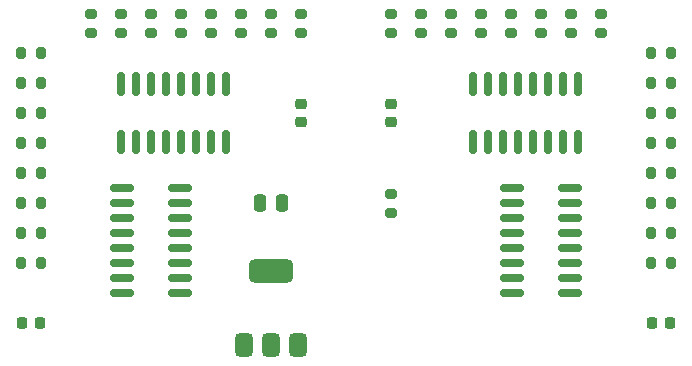
<source format=gbr>
%TF.GenerationSoftware,KiCad,Pcbnew,8.0.6*%
%TF.CreationDate,2025-02-06T19:24:46+11:00*%
%TF.ProjectId,sr32gpo,73723332-6770-46f2-9e6b-696361645f70,rev?*%
%TF.SameCoordinates,Original*%
%TF.FileFunction,Paste,Top*%
%TF.FilePolarity,Positive*%
%FSLAX46Y46*%
G04 Gerber Fmt 4.6, Leading zero omitted, Abs format (unit mm)*
G04 Created by KiCad (PCBNEW 8.0.6) date 2025-02-06 19:24:46*
%MOMM*%
%LPD*%
G01*
G04 APERTURE LIST*
G04 Aperture macros list*
%AMRoundRect*
0 Rectangle with rounded corners*
0 $1 Rounding radius*
0 $2 $3 $4 $5 $6 $7 $8 $9 X,Y pos of 4 corners*
0 Add a 4 corners polygon primitive as box body*
4,1,4,$2,$3,$4,$5,$6,$7,$8,$9,$2,$3,0*
0 Add four circle primitives for the rounded corners*
1,1,$1+$1,$2,$3*
1,1,$1+$1,$4,$5*
1,1,$1+$1,$6,$7*
1,1,$1+$1,$8,$9*
0 Add four rect primitives between the rounded corners*
20,1,$1+$1,$2,$3,$4,$5,0*
20,1,$1+$1,$4,$5,$6,$7,0*
20,1,$1+$1,$6,$7,$8,$9,0*
20,1,$1+$1,$8,$9,$2,$3,0*%
G04 Aperture macros list end*
%ADD10RoundRect,0.225000X-0.250000X0.225000X-0.250000X-0.225000X0.250000X-0.225000X0.250000X0.225000X0*%
%ADD11RoundRect,0.225000X0.225000X0.250000X-0.225000X0.250000X-0.225000X-0.250000X0.225000X-0.250000X0*%
%ADD12RoundRect,0.200000X0.275000X-0.200000X0.275000X0.200000X-0.275000X0.200000X-0.275000X-0.200000X0*%
%ADD13RoundRect,0.200000X0.200000X0.275000X-0.200000X0.275000X-0.200000X-0.275000X0.200000X-0.275000X0*%
%ADD14RoundRect,0.200000X-0.200000X-0.275000X0.200000X-0.275000X0.200000X0.275000X-0.200000X0.275000X0*%
%ADD15RoundRect,0.250000X0.250000X0.475000X-0.250000X0.475000X-0.250000X-0.475000X0.250000X-0.475000X0*%
%ADD16RoundRect,0.375000X0.375000X-0.625000X0.375000X0.625000X-0.375000X0.625000X-0.375000X-0.625000X0*%
%ADD17RoundRect,0.500000X1.400000X-0.500000X1.400000X0.500000X-1.400000X0.500000X-1.400000X-0.500000X0*%
%ADD18RoundRect,0.200000X-0.275000X0.200000X-0.275000X-0.200000X0.275000X-0.200000X0.275000X0.200000X0*%
%ADD19RoundRect,0.150000X-0.150000X0.825000X-0.150000X-0.825000X0.150000X-0.825000X0.150000X0.825000X0*%
%ADD20RoundRect,0.150000X0.825000X0.150000X-0.825000X0.150000X-0.825000X-0.150000X0.825000X-0.150000X0*%
%ADD21RoundRect,0.150000X-0.825000X-0.150000X0.825000X-0.150000X0.825000X0.150000X-0.825000X0.150000X0*%
G04 APERTURE END LIST*
D10*
X127000000Y-70345000D03*
X127000000Y-71895000D03*
X119380000Y-70345000D03*
X119380000Y-71895000D03*
D11*
X97295000Y-88900000D03*
X95745000Y-88900000D03*
D12*
X119380000Y-64325000D03*
X119380000Y-62675000D03*
X116840000Y-64325000D03*
X116840000Y-62675000D03*
X114300000Y-64325000D03*
X114300000Y-62675000D03*
X111760000Y-64325000D03*
X111760000Y-62675000D03*
X109220000Y-64325000D03*
X109220000Y-62675000D03*
X106680000Y-64325000D03*
X106680000Y-62675000D03*
X104140000Y-64325000D03*
X104140000Y-62675000D03*
X101600000Y-64325000D03*
X101600000Y-62675000D03*
D13*
X97345000Y-66040000D03*
X95695000Y-66040000D03*
X97345000Y-68580000D03*
X95695000Y-68580000D03*
X97345000Y-71120000D03*
X95695000Y-71120000D03*
X97345000Y-73660000D03*
X95695000Y-73660000D03*
X97345000Y-76200000D03*
X95695000Y-76200000D03*
X97345000Y-78740000D03*
X95695000Y-78740000D03*
X97345000Y-81280000D03*
X95695000Y-81280000D03*
X97345000Y-83820000D03*
X95695000Y-83820000D03*
D14*
X149035000Y-66040000D03*
X150685000Y-66040000D03*
X149035000Y-68580000D03*
X150685000Y-68580000D03*
X149035000Y-81280000D03*
X150685000Y-81280000D03*
X149035000Y-83820000D03*
X150685000Y-83820000D03*
X149035000Y-76200000D03*
X150685000Y-76200000D03*
X149035000Y-73660000D03*
X150685000Y-73660000D03*
X149035000Y-71120000D03*
X150685000Y-71120000D03*
X149035000Y-78740000D03*
X150685000Y-78740000D03*
D12*
X134620000Y-64325000D03*
X134620000Y-62675000D03*
X137160000Y-64325000D03*
X137160000Y-62675000D03*
X144780000Y-64325000D03*
X144780000Y-62675000D03*
X132080000Y-64325000D03*
X132080000Y-62675000D03*
X142240000Y-64325000D03*
X142240000Y-62675000D03*
X129540000Y-64325000D03*
X129540000Y-62675000D03*
X139700000Y-64325000D03*
X139700000Y-62675000D03*
X127000000Y-64325000D03*
X127000000Y-62675000D03*
D11*
X150635000Y-88900000D03*
X149085000Y-88900000D03*
D15*
X117790000Y-78740000D03*
X115890000Y-78740000D03*
D16*
X114540000Y-90780000D03*
X116840000Y-90780000D03*
D17*
X116840000Y-84480000D03*
D16*
X119140000Y-90780000D03*
D18*
X127000000Y-77915000D03*
X127000000Y-79565000D03*
D19*
X142875000Y-68645000D03*
X141605000Y-68645000D03*
X140335000Y-68645000D03*
X139065000Y-68645000D03*
X137795000Y-68645000D03*
X136525000Y-68645000D03*
X135255000Y-68645000D03*
X133985000Y-68645000D03*
X133985000Y-73595000D03*
X135255000Y-73595000D03*
X136525000Y-73595000D03*
X137795000Y-73595000D03*
X139065000Y-73595000D03*
X140335000Y-73595000D03*
X141605000Y-73595000D03*
X142875000Y-73595000D03*
D20*
X142175000Y-86360000D03*
X142175000Y-85090000D03*
X142175000Y-83820000D03*
X142175000Y-82550000D03*
X142175000Y-81280000D03*
X142175000Y-80010000D03*
X142175000Y-78740000D03*
X142175000Y-77470000D03*
X137225000Y-77470000D03*
X137225000Y-78740000D03*
X137225000Y-80010000D03*
X137225000Y-81280000D03*
X137225000Y-82550000D03*
X137225000Y-83820000D03*
X137225000Y-85090000D03*
X137225000Y-86360000D03*
D19*
X113030000Y-68645000D03*
X111760000Y-68645000D03*
X110490000Y-68645000D03*
X109220000Y-68645000D03*
X107950000Y-68645000D03*
X106680000Y-68645000D03*
X105410000Y-68645000D03*
X104140000Y-68645000D03*
X104140000Y-73595000D03*
X105410000Y-73595000D03*
X106680000Y-73595000D03*
X107950000Y-73595000D03*
X109220000Y-73595000D03*
X110490000Y-73595000D03*
X111760000Y-73595000D03*
X113030000Y-73595000D03*
D21*
X104205000Y-77470000D03*
X104205000Y-78740000D03*
X104205000Y-80010000D03*
X104205000Y-81280000D03*
X104205000Y-82550000D03*
X104205000Y-83820000D03*
X104205000Y-85090000D03*
X104205000Y-86360000D03*
X109155000Y-86360000D03*
X109155000Y-85090000D03*
X109155000Y-83820000D03*
X109155000Y-82550000D03*
X109155000Y-81280000D03*
X109155000Y-80010000D03*
X109155000Y-78740000D03*
X109155000Y-77470000D03*
M02*

</source>
